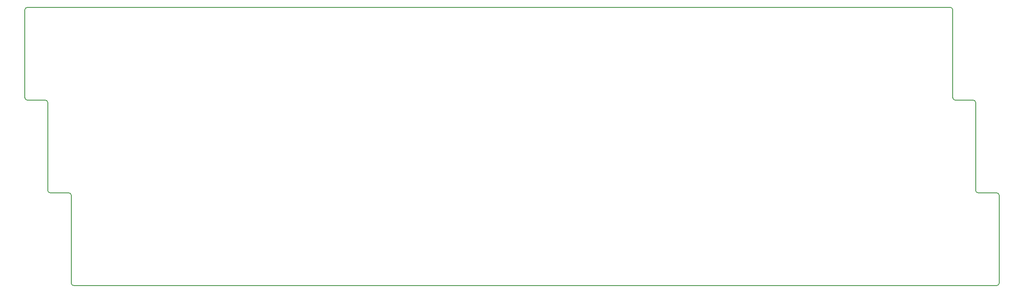
<source format=gbr>
G04 #@! TF.GenerationSoftware,KiCad,Pcbnew,(5.1.4-0-10_14)*
G04 #@! TF.CreationDate,2020-06-01T00:22:02-05:00*
G04 #@! TF.ProjectId,omega,6f6d6567-612e-46b6-9963-61645f706362,rev?*
G04 #@! TF.SameCoordinates,Original*
G04 #@! TF.FileFunction,Profile,NP*
%FSLAX46Y46*%
G04 Gerber Fmt 4.6, Leading zero omitted, Abs format (unit mm)*
G04 Created by KiCad (PCBNEW (5.1.4-0-10_14)) date 2020-06-01 00:22:02*
%MOMM*%
%LPD*%
G04 APERTURE LIST*
%ADD10C,0.200000*%
G04 APERTURE END LIST*
D10*
X56007000Y-41910000D02*
G75*
G02X56515000Y-41402000I508000J0D01*
G01*
X56515000Y-60452000D02*
G75*
G02X56007000Y-59944000I0J508000D01*
G01*
X60198000Y-60452000D02*
G75*
G02X60706000Y-60960000I0J-508000D01*
G01*
X61214000Y-79502000D02*
G75*
G02X60706000Y-78994000I0J508000D01*
G01*
X65024000Y-79502000D02*
G75*
G02X65532000Y-80010000I0J-508000D01*
G01*
X66040000Y-98552000D02*
G75*
G02X65532000Y-98044000I0J508000D01*
G01*
X256032000Y-98044000D02*
G75*
G02X255524000Y-98552000I-508000J0D01*
G01*
X255524000Y-79502000D02*
G75*
G02X256032000Y-80010000I0J-508000D01*
G01*
X251714000Y-79502000D02*
G75*
G02X251206000Y-78994000I0J508000D01*
G01*
X250698000Y-60452000D02*
G75*
G02X251206000Y-60960000I0J-508000D01*
G01*
X247015000Y-60452000D02*
G75*
G02X246507000Y-59944000I0J508000D01*
G01*
X245999000Y-41402000D02*
G75*
G02X246507000Y-41910000I0J-508000D01*
G01*
X246507000Y-59944000D02*
X246507000Y-41910000D01*
X250698000Y-60452000D02*
X247015000Y-60452000D01*
X251206000Y-78994000D02*
X251206000Y-60960000D01*
X255524000Y-79502000D02*
X251714000Y-79502000D01*
X65532000Y-80010000D02*
X65532000Y-98044000D01*
X61214000Y-79502000D02*
X65024000Y-79502000D01*
X60706000Y-60960000D02*
X60706000Y-78994000D01*
X56515000Y-60452000D02*
X60198000Y-60452000D01*
X56515000Y-41402000D02*
X245999000Y-41402000D01*
X256032000Y-80010000D02*
X256032000Y-98044000D01*
X56007000Y-41910000D02*
X56007000Y-59944000D01*
X66040000Y-98552000D02*
X255524000Y-98552000D01*
M02*

</source>
